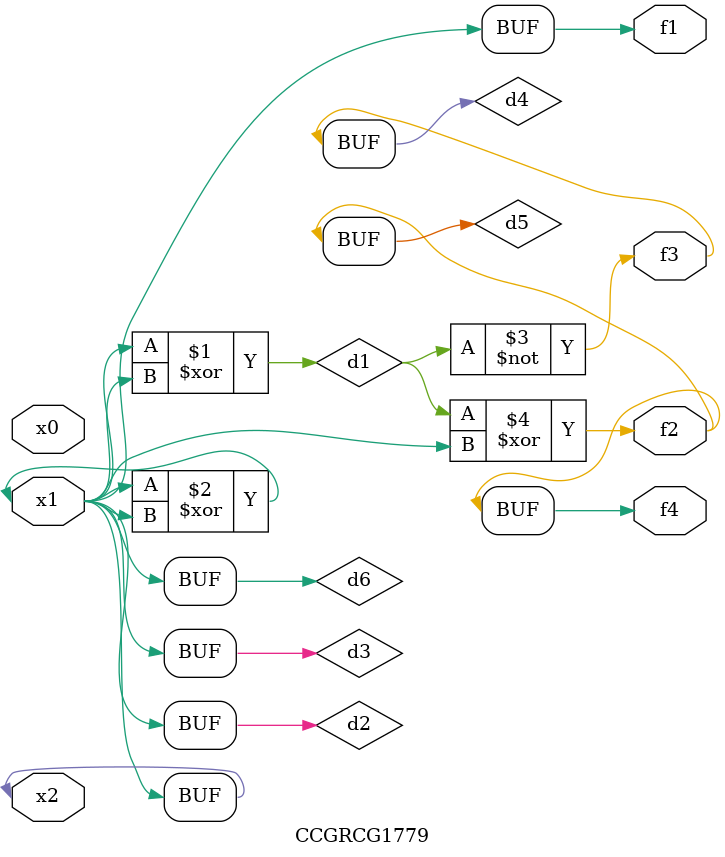
<source format=v>
module CCGRCG1779(
	input x0, x1, x2,
	output f1, f2, f3, f4
);

	wire d1, d2, d3, d4, d5, d6;

	xor (d1, x1, x2);
	buf (d2, x1, x2);
	xor (d3, x1, x2);
	nor (d4, d1);
	xor (d5, d1, d2);
	buf (d6, d2, d3);
	assign f1 = d6;
	assign f2 = d5;
	assign f3 = d4;
	assign f4 = d5;
endmodule

</source>
